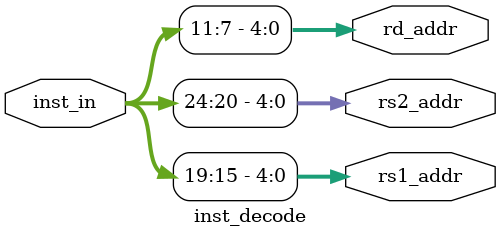
<source format=v>
`timescale 1ns / 1ps
`default_nettype none

module inst_decode(
    input wire [31:0] inst_in,
    output wire [4:0] rs1_addr,
    output wire [4:0] rs2_addr,
    output wire [4:0] rd_addr
    );
    
    assign rs1_addr = inst_in[19:15];
    assign rs2_addr = inst_in[24:20];
    assign rd_addr = inst_in[11:7];
    
endmodule

</source>
